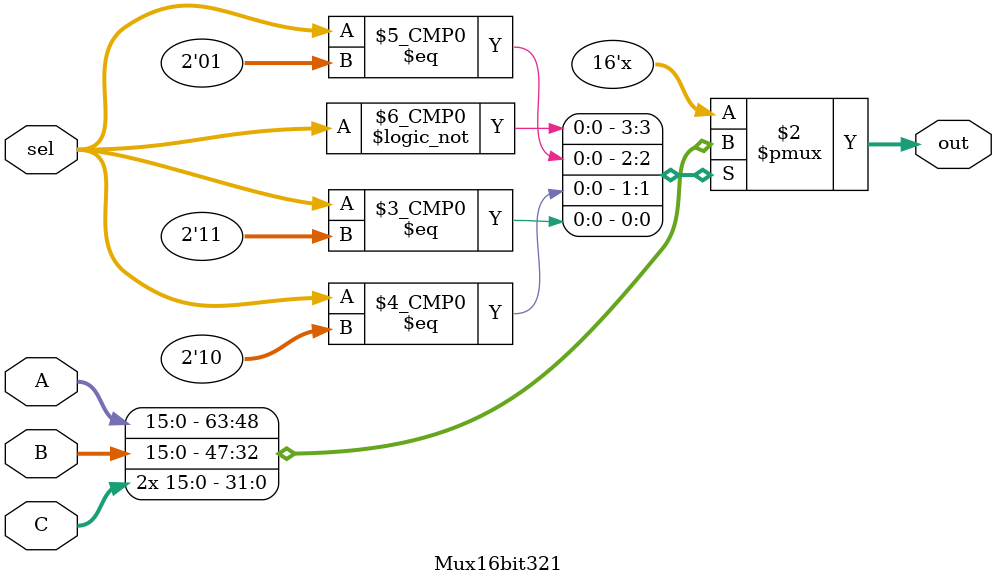
<source format=v>
module Mux16bit321(
    input [15:0] A,
    input [15:0] B,
    input [15:0] C,
    input [1:0] sel,
    output reg [15:0] out
);

    always @* begin
        case (sel)
            2'b00: out = A;
            2'b01: out = B;
            2'b10: out = C;
            2'b11: out = C;
            default: out = 16'b0;
        endcase
    end

endmodule

</source>
